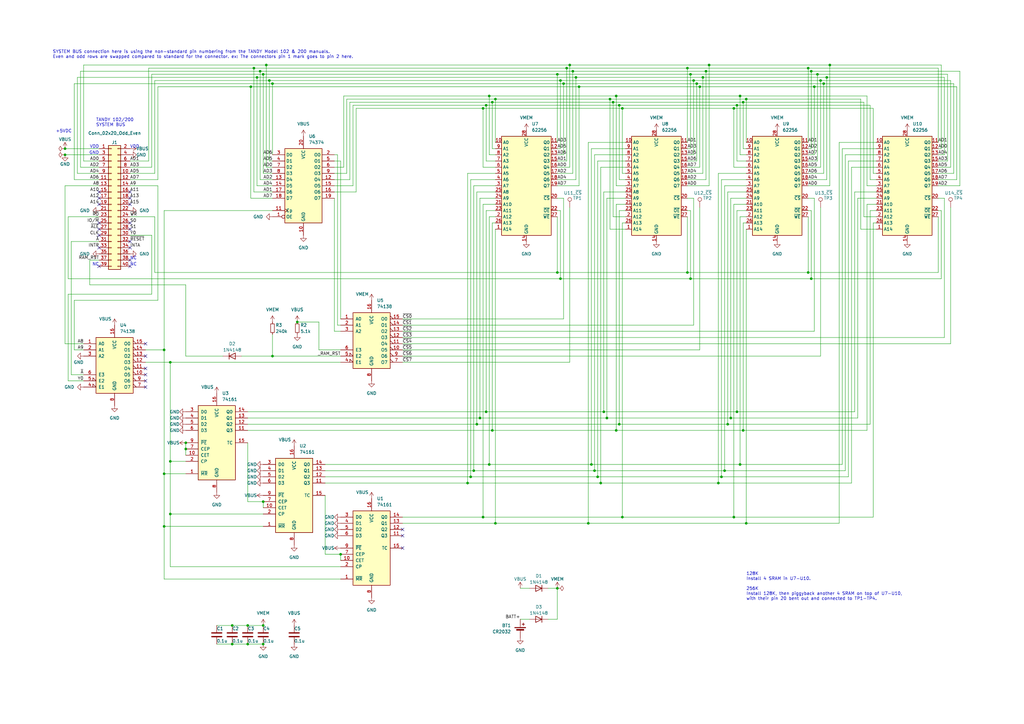
<source format=kicad_sch>
(kicad_sch (version 20230121) (generator eeschema)
  (paper "A3")
  (title_block (title "NODE DATAPAC 256K bkw0") (date "2023-08-23") (rev "004") (company "Brian K. White - b.kenyon.w@gmail.com") (comment 1 "Schematic re-created from manual examination of physical units, not yet proven."))
  (junction (at 193.04 195.58))
  (junction (at 332.74 29.21))
  (junction (at 195.58 173.99))
  (junction (at 283.21 114.3))
  (junction (at 26.67 60.96))
  (junction (at 76.2 181.61))
  (junction (at 228.6 241.3))
  (junction (at 288.29 31.75))
  (junction (at 255.27 212.09))
  (junction (at 336.55 33.02))
  (junction (at 231.14 34.29))
  (junction (at 101.6 264.16))
  (junction (at 306.07 214.63))
  (junction (at 228.6 111.76))
  (junction (at 229.87 114.3))
  (junction (at 337.82 34.29))
  (junction (at 302.26 168.91))
  (junction (at 254 173.99))
  (junction (at 67.31 143.51))
  (junction (at 199.39 168.91))
  (junction (at 69.85 210.82))
  (junction (at 284.48 33.02))
  (junction (at 281.94 111.76))
  (junction (at 200.66 190.5))
  (junction (at 201.93 41.91))
  (junction (at 285.75 34.29))
  (junction (at 194.31 193.04))
  (junction (at 304.8 41.91))
  (junction (at 243.84 193.04))
  (junction (at 255.27 44.45))
  (junction (at 26.67 63.5))
  (junction (at 107.95 256.54))
  (junction (at 109.22 26.67))
  (junction (at 203.2 40.64))
  (junction (at 198.12 44.45))
  (junction (at 201.93 176.53))
  (junction (at 237.49 35.56))
  (junction (at 199.39 43.18))
  (junction (at 67.31 194.31))
  (junction (at 107.95 205.74))
  (junction (at 287.02 35.56))
  (junction (at 139.7 227.33))
  (junction (at 251.46 41.91))
  (junction (at 121.92 132.08))
  (junction (at 245.11 195.58))
  (junction (at 339.09 31.75))
  (junction (at 110.49 33.02))
  (junction (at 303.53 190.5))
  (junction (at 281.94 27.94))
  (junction (at 107.95 264.16))
  (junction (at 67.31 215.9))
  (junction (at 105.41 31.75))
  (junction (at 228.6 30.48))
  (junction (at 283.21 30.48))
  (junction (at 300.99 44.45))
  (junction (at 246.38 198.12))
  (junction (at 300.99 212.09))
  (junction (at 76.2 184.15))
  (junction (at 191.77 198.12))
  (junction (at 106.68 29.21))
  (junction (at 298.45 173.99))
  (junction (at 203.2 214.63))
  (junction (at 107.95 30.48))
  (junction (at 248.92 171.45))
  (junction (at 229.87 33.02))
  (junction (at 340.36 26.67))
  (junction (at 302.26 43.18))
  (junction (at 303.53 39.37))
  (junction (at 252.73 39.37))
  (junction (at 335.28 30.48))
  (junction (at 304.8 176.53))
  (junction (at 69.85 189.23))
  (junction (at 290.83 26.67))
  (junction (at 232.41 27.94))
  (junction (at 236.22 31.75))
  (junction (at 111.76 146.05))
  (junction (at 234.95 29.21))
  (junction (at 200.66 39.37))
  (junction (at 104.14 27.94))
  (junction (at 297.18 193.04))
  (junction (at 331.47 111.76))
  (junction (at 196.85 171.45))
  (junction (at 247.65 168.91))
  (junction (at 331.47 27.94))
  (junction (at 250.19 40.64))
  (junction (at 252.73 176.53))
  (junction (at 198.12 212.09))
  (junction (at 254 43.18))
  (junction (at 334.01 35.56))
  (junction (at 295.91 195.58))
  (junction (at 69.85 148.59))
  (junction (at 233.68 26.67))
  (junction (at 95.25 256.54))
  (junction (at 299.72 171.45))
  (junction (at 332.74 114.3))
  (junction (at 242.57 190.5))
  (junction (at 294.64 198.12))
  (junction (at 101.6 256.54))
  (junction (at 306.07 40.64))
  (junction (at 289.56 29.21))
  (junction (at 102.87 35.56))
  (junction (at 95.25 264.16))
  (junction (at 241.3 214.63))
  (junction (at 111.76 34.29))
  (no_connect (at 59.69 146.05))
  (no_connect (at 53.34 99.06))
  (no_connect (at 165.1 217.17))
  (no_connect (at 53.34 83.82))
  (no_connect (at 59.69 151.13))
  (no_connect (at 40.64 109.22))
  (no_connect (at 53.34 91.44))
  (no_connect (at 59.69 158.75))
  (no_connect (at 53.34 109.22))
  (no_connect (at 165.1 219.71))
  (no_connect (at 40.64 91.44))
  (no_connect (at 165.1 224.79))
  (no_connect (at 40.64 81.28))
  (no_connect (at 59.69 156.21))
  (no_connect (at 40.64 83.82))
  (no_connect (at 40.64 101.6))
  (no_connect (at 59.69 153.67))
  (no_connect (at 53.34 78.74))
  (no_connect (at 40.64 93.98))
  (no_connect (at 40.64 96.52))
  (no_connect (at 53.34 106.68))
  (no_connect (at 53.34 81.28))
  (no_connect (at 53.34 93.98))
  (no_connect (at 53.34 101.6))
  (no_connect (at 40.64 78.74))
  (no_connect (at 59.69 140.97))
  (wire (pts (xy 345.44 60.96) (xy 359.41 60.96)))
  (wire (pts (xy 203.2 88.9) (xy 200.66 88.9)))
  (wire (pts (xy 95.25 264.16) (xy 101.6 264.16)))
  (wire (pts (xy 331.47 66.04) (xy 335.28 66.04)))
  (wire (pts (xy 109.22 26.67) (xy 233.68 26.67)))
  (wire (pts (xy 200.66 39.37) (xy 252.73 39.37)))
  (wire (pts (xy 389.89 33.02) (xy 389.89 68.58)))
  (wire (pts (xy 196.85 81.28) (xy 196.85 171.45)))
  (wire (pts (xy 165.1 135.89) (xy 334.01 135.89)))
  (wire (pts (xy 201.93 176.53) (xy 252.73 176.53)))
  (wire (pts (xy 250.19 40.64) (xy 250.19 93.98)))
  (wire (pts (xy 143.51 41.91) (xy 143.51 73.66)))
  (wire (pts (xy 356.87 173.99) (xy 356.87 86.36)))
  (wire (pts (xy 355.6 76.2) (xy 359.41 76.2)))
  (wire (pts (xy 26.67 63.5) (xy 40.64 63.5)))
  (wire (pts (xy 228.6 30.48) (xy 283.21 30.48)))
  (wire (pts (xy 236.22 31.75) (xy 288.29 31.75)))
  (wire (pts (xy 335.28 30.48) (xy 335.28 66.04)))
  (wire (pts (xy 306.07 66.04) (xy 302.26 66.04)))
  (wire (pts (xy 200.66 63.5) (xy 203.2 63.5)))
  (wire (pts (xy 242.57 60.96) (xy 242.57 190.5)))
  (wire (pts (xy 64.77 76.2) (xy 64.77 123.19)))
  (wire (pts (xy 196.85 171.45) (xy 248.92 171.45)))
  (wire (pts (xy 76.2 181.61) (xy 76.2 184.15)))
  (wire (pts (xy 339.09 73.66) (xy 331.47 73.66)))
  (wire (pts (xy 344.17 214.63) (xy 344.17 58.42)))
  (wire (pts (xy 165.1 138.43) (xy 387.35 138.43)))
  (wire (pts (xy 200.66 88.9) (xy 200.66 190.5)))
  (wire (pts (xy 30.48 34.29) (xy 111.76 34.29)))
  (wire (pts (xy 31.75 71.12) (xy 40.64 71.12)))
  (wire (pts (xy 138.43 133.35) (xy 138.43 63.5)))
  (wire (pts (xy 60.96 27.94) (xy 60.96 66.04)))
  (wire (pts (xy 201.93 91.44) (xy 203.2 91.44)))
  (wire (pts (xy 281.94 68.58) (xy 287.02 68.58)))
  (wire (pts (xy 288.29 31.75) (xy 339.09 31.75)))
  (wire (pts (xy 36.83 116.84) (xy 76.2 116.84)))
  (wire (pts (xy 389.89 85.09) (xy 389.89 140.97)))
  (wire (pts (xy 111.76 34.29) (xy 111.76 63.5)))
  (wire (pts (xy 254 173.99) (xy 298.45 173.99)))
  (wire (pts (xy 203.2 214.63) (xy 241.3 214.63)))
  (wire (pts (xy 287.02 85.09) (xy 287.02 143.51)))
  (wire (pts (xy 387.35 31.75) (xy 387.35 63.5)))
  (wire (pts (xy 306.07 81.28) (xy 299.72 81.28)))
  (wire (pts (xy 59.69 143.51) (xy 67.31 143.51)))
  (wire (pts (xy 283.21 86.36) (xy 281.94 86.36)))
  (wire (pts (xy 300.99 44.45) (xy 358.14 44.45)))
  (wire (pts (xy 31.75 31.75) (xy 105.41 31.75)))
  (wire (pts (xy 256.54 71.12) (xy 255.27 71.12)))
  (wire (pts (xy 256.54 63.5) (xy 243.84 63.5)))
  (wire (pts (xy 287.02 35.56) (xy 334.01 35.56)))
  (wire (pts (xy 392.43 73.66) (xy 384.81 73.66)))
  (wire (pts (xy 289.56 29.21) (xy 332.74 29.21)))
  (wire (pts (xy 101.6 171.45) (xy 196.85 171.45)))
  (wire (pts (xy 234.95 29.21) (xy 289.56 29.21)))
  (wire (pts (xy 281.94 27.94) (xy 281.94 58.42)))
  (wire (pts (xy 350.52 168.91) (xy 350.52 78.74)))
  (wire (pts (xy 250.19 40.64) (xy 306.07 40.64)))
  (wire (pts (xy 256.54 81.28) (xy 248.92 81.28)))
  (wire (pts (xy 30.48 143.51) (xy 34.29 143.51)))
  (wire (pts (xy 201.93 41.91) (xy 251.46 41.91)))
  (wire (pts (xy 332.74 86.36) (xy 331.47 86.36)))
  (wire (pts (xy 130.81 132.08) (xy 130.81 143.51)))
  (wire (pts (xy 88.9 264.16) (xy 95.25 264.16)))
  (wire (pts (xy 345.44 190.5) (xy 345.44 60.96)))
  (wire (pts (xy 347.98 66.04) (xy 359.41 66.04)))
  (wire (pts (xy 203.2 40.64) (xy 250.19 40.64)))
  (wire (pts (xy 386.08 60.96) (xy 384.81 60.96)))
  (wire (pts (xy 243.84 193.04) (xy 297.18 193.04)))
  (wire (pts (xy 340.36 26.67) (xy 386.08 26.67)))
  (wire (pts (xy 34.29 26.67) (xy 109.22 26.67)))
  (wire (pts (xy 306.07 63.5) (xy 303.53 63.5)))
  (wire (pts (xy 198.12 44.45) (xy 198.12 68.58)))
  (wire (pts (xy 229.87 86.36) (xy 228.6 86.36)))
  (wire (pts (xy 139.7 227.33) (xy 133.35 227.33)))
  (wire (pts (xy 40.64 73.66) (xy 30.48 73.66)))
  (wire (pts (xy 165.1 140.97) (xy 389.89 140.97)))
  (wire (pts (xy 302.26 43.18) (xy 302.26 66.04)))
  (wire (pts (xy 110.49 66.04) (xy 111.76 66.04)))
  (wire (pts (xy 346.71 63.5) (xy 359.41 63.5)))
  (wire (pts (xy 104.14 27.94) (xy 232.41 27.94)))
  (wire (pts (xy 69.85 148.59) (xy 69.85 189.23)))
  (wire (pts (xy 137.16 71.12) (xy 142.24 71.12)))
  (wire (pts (xy 63.5 88.9) (xy 63.5 111.76)))
  (wire (pts (xy 336.55 85.09) (xy 336.55 146.05)))
  (wire (pts (xy 203.2 86.36) (xy 199.39 86.36)))
  (wire (pts (xy 245.11 66.04) (xy 245.11 195.58)))
  (wire (pts (xy 203.2 71.12) (xy 191.77 71.12)))
  (wire (pts (xy 88.9 256.54) (xy 95.25 256.54)))
  (wire (pts (xy 34.29 156.21) (xy 27.94 156.21)))
  (wire (pts (xy 246.38 68.58) (xy 246.38 198.12)))
  (wire (pts (xy 281.94 27.94) (xy 331.47 27.94)))
  (wire (pts (xy 203.2 73.66) (xy 193.04 73.66)))
  (wire (pts (xy 233.68 85.09) (xy 233.68 148.59)))
  (wire (pts (xy 137.16 135.89) (xy 139.7 135.89)))
  (wire (pts (xy 101.6 176.53) (xy 201.93 176.53)))
  (wire (pts (xy 300.99 212.09) (xy 358.14 212.09)))
  (wire (pts (xy 203.2 78.74) (xy 195.58 78.74)))
  (wire (pts (xy 388.62 30.48) (xy 388.62 66.04)))
  (wire (pts (xy 231.14 34.29) (xy 231.14 63.5)))
  (wire (pts (xy 224.79 254) (xy 228.6 254)))
  (wire (pts (xy 228.6 111.76) (xy 228.6 88.9)))
  (wire (pts (xy 302.26 168.91) (xy 350.52 168.91)))
  (wire (pts (xy 137.16 78.74) (xy 146.05 78.74)))
  (wire (pts (xy 67.31 215.9) (xy 67.31 237.49)))
  (wire (pts (xy 294.64 71.12) (xy 306.07 71.12)))
  (wire (pts (xy 99.06 146.05) (xy 111.76 146.05)))
  (wire (pts (xy 62.23 30.48) (xy 107.95 30.48)))
  (wire (pts (xy 306.07 60.96) (xy 304.8 60.96)))
  (wire (pts (xy 201.93 60.96) (xy 201.93 41.91)))
  (wire (pts (xy 356.87 43.18) (xy 356.87 73.66)))
  (wire (pts (xy 111.76 76.2) (xy 105.41 76.2)))
  (wire (pts (xy 53.34 88.9) (xy 63.5 88.9)))
  (wire (pts (xy 349.25 198.12) (xy 349.25 68.58)))
  (wire (pts (xy 252.73 83.82) (xy 252.73 176.53)))
  (wire (pts (xy 334.01 81.28) (xy 331.47 81.28)))
  (wire (pts (xy 69.85 210.82) (xy 69.85 232.41)))
  (wire (pts (xy 165.1 143.51) (xy 287.02 143.51)))
  (wire (pts (xy 232.41 27.94) (xy 232.41 66.04)))
  (wire (pts (xy 60.96 27.94) (xy 104.14 27.94)))
  (wire (pts (xy 30.48 143.51) (xy 30.48 123.19)))
  (wire (pts (xy 203.2 60.96) (xy 201.93 60.96)))
  (wire (pts (xy 104.14 78.74) (xy 111.76 78.74)))
  (wire (pts (xy 198.12 212.09) (xy 255.27 212.09)))
  (wire (pts (xy 67.31 215.9) (xy 107.95 215.9)))
  (wire (pts (xy 306.07 78.74) (xy 298.45 78.74)))
  (wire (pts (xy 33.02 29.21) (xy 106.68 29.21)))
  (wire (pts (xy 384.81 111.76) (xy 384.81 88.9)))
  (wire (pts (xy 252.73 176.53) (xy 304.8 176.53)))
  (wire (pts (xy 106.68 29.21) (xy 106.68 73.66)))
  (wire (pts (xy 306.07 76.2) (xy 297.18 76.2)))
  (wire (pts (xy 242.57 190.5) (xy 303.53 190.5)))
  (wire (pts (xy 194.31 76.2) (xy 194.31 193.04)))
  (wire (pts (xy 195.58 78.74) (xy 195.58 173.99)))
  (wire (pts (xy 76.2 186.69) (xy 76.2 184.15)))
  (wire (pts (xy 331.47 63.5) (xy 334.01 63.5)))
  (wire (pts (xy 332.74 114.3) (xy 386.08 114.3)))
  (wire (pts (xy 306.07 40.64) (xy 353.06 40.64)))
  (wire (pts (xy 284.48 81.28) (xy 281.94 81.28)))
  (wire (pts (xy 306.07 214.63) (xy 344.17 214.63)))
  (wire (pts (xy 139.7 227.33) (xy 139.7 229.87)))
  (wire (pts (xy 53.34 66.04) (xy 60.96 66.04)))
  (wire (pts (xy 358.14 91.44) (xy 359.41 91.44)))
  (wire (pts (xy 288.29 71.12) (xy 281.94 71.12)))
  (wire (pts (xy 251.46 41.91) (xy 251.46 88.9)))
  (wire (pts (xy 332.74 86.36) (xy 332.74 114.3)))
  (wire (pts (xy 67.31 194.31) (xy 76.2 194.31)))
  (wire (pts (xy 303.53 88.9) (xy 303.53 190.5)))
  (wire (pts (xy 285.75 66.04) (xy 281.94 66.04)))
  (wire (pts (xy 231.14 34.29) (xy 285.75 34.29)))
  (wire (pts (xy 393.7 76.2) (xy 384.81 76.2)))
  (wire (pts (xy 256.54 66.04) (xy 245.11 66.04)))
  (wire (pts (xy 283.21 86.36) (xy 283.21 114.3)))
  (wire (pts (xy 102.87 35.56) (xy 237.49 35.56)))
  (wire (pts (xy 355.6 83.82) (xy 359.41 83.82)))
  (wire (pts (xy 142.24 71.12) (xy 142.24 40.64)))
  (wire (pts (xy 285.75 34.29) (xy 285.75 66.04)))
  (wire (pts (xy 34.29 153.67) (xy 29.21 153.67)))
  (wire (pts (xy 283.21 30.48) (xy 283.21 60.96)))
  (wire (pts (xy 256.54 76.2) (xy 252.73 76.2)))
  (wire (pts (xy 331.47 71.12) (xy 337.82 71.12)))
  (wire (pts (xy 26.67 76.2) (xy 26.67 140.97)))
  (wire (pts (xy 203.2 66.04) (xy 199.39 66.04)))
  (wire (pts (xy 237.49 35.56) (xy 287.02 35.56)))
  (wire (pts (xy 299.72 171.45) (xy 351.79 171.45)))
  (wire (pts (xy 255.27 44.45) (xy 255.27 71.12)))
  (wire (pts (xy 281.94 60.96) (xy 283.21 60.96)))
  (wire (pts (xy 203.2 68.58) (xy 198.12 68.58)))
  (wire (pts (xy 111.76 137.16) (xy 111.76 146.05)))
  (wire (pts (xy 198.12 83.82) (xy 198.12 212.09)))
  (wire (pts (xy 53.34 76.2) (xy 64.77 76.2)))
  (wire (pts (xy 252.73 39.37) (xy 303.53 39.37)))
  (wire (pts (xy 198.12 44.45) (xy 255.27 44.45)))
  (wire (pts (xy 200.66 39.37) (xy 200.66 63.5)))
  (wire (pts (xy 101.6 181.61) (xy 101.6 205.74)))
  (wire (pts (xy 281.94 111.76) (xy 331.47 111.76)))
  (wire (pts (xy 237.49 35.56) (xy 237.49 76.2)))
  (wire (pts (xy 203.2 81.28) (xy 196.85 81.28)))
  (wire (pts (xy 111.76 73.66) (xy 106.68 73.66)))
  (wire (pts (xy 339.09 31.75) (xy 339.09 73.66)))
  (wire (pts (xy 228.6 76.2) (xy 237.49 76.2)))
  (wire (pts (xy 304.8 41.91) (xy 354.33 41.91)))
  (wire (pts (xy 137.16 73.66) (xy 143.51 73.66)))
  (wire (pts (xy 33.02 68.58) (xy 33.02 29.21)))
  (wire (pts (xy 27.94 156.21) (xy 27.94 120.65)))
  (wire (pts (xy 245.11 195.58) (xy 295.91 195.58)))
  (wire (pts (xy 69.85 148.59) (xy 139.7 148.59)))
  (wire (pts (xy 302.26 43.18) (xy 356.87 43.18)))
  (wire (pts (xy 105.41 31.75) (xy 105.41 76.2)))
  (wire (pts (xy 255.27 91.44) (xy 255.27 212.09)))
  (wire (pts (xy 191.77 198.12) (xy 246.38 198.12)))
  (wire (pts (xy 350.52 78.74) (xy 359.41 78.74)))
  (wire (pts (xy 76.2 146.05) (xy 91.44 146.05)))
  (wire (pts (xy 331.47 27.94) (xy 384.81 27.94)))
  (wire (pts (xy 337.82 71.12) (xy 337.82 34.29)))
  (wire (pts (xy 165.1 130.81) (xy 231.14 130.81)))
  (wire (pts (xy 27.94 88.9) (xy 27.94 114.3)))
  (wire (pts (xy 165.1 133.35) (xy 284.48 133.35)))
  (wire (pts (xy 340.36 76.2) (xy 331.47 76.2)))
  (wire (pts (xy 306.07 40.64) (xy 306.07 58.42)))
  (wire (pts (xy 111.76 146.05) (xy 139.7 146.05)))
  (wire (pts (xy 234.95 29.21) (xy 234.95 71.12)))
  (wire (pts (xy 247.65 78.74) (xy 247.65 168.91)))
  (wire (pts (xy 26.67 76.2) (xy 40.64 76.2)))
  (wire (pts (xy 353.06 40.64) (xy 353.06 93.98)))
  (wire (pts (xy 386.08 114.3) (xy 386.08 86.36)))
  (wire (pts (xy 281.94 88.9) (xy 281.94 111.76)))
  (wire (pts (xy 303.53 39.37) (xy 355.6 39.37)))
  (wire (pts (xy 199.39 43.18) (xy 199.39 66.04)))
  (wire (pts (xy 142.24 40.64) (xy 203.2 40.64)))
  (wire (pts (xy 355.6 39.37) (xy 355.6 76.2)))
  (wire (pts (xy 354.33 88.9) (xy 359.41 88.9)))
  (wire (pts (xy 53.34 73.66) (xy 64.77 73.66)))
  (wire (pts (xy 356.87 86.36) (xy 359.41 86.36)))
  (wire (pts (xy 300.99 83.82) (xy 306.07 83.82)))
  (wire (pts (xy 391.16 71.12) (xy 391.16 34.29)))
  (wire (pts (xy 62.23 120.65) (xy 62.23 96.52)))
  (wire (pts (xy 247.65 168.91) (xy 302.26 168.91)))
  (wire (pts (xy 336.55 33.02) (xy 389.89 33.02)))
  (wire (pts (xy 283.21 30.48) (xy 335.28 30.48)))
  (wire (pts (xy 228.6 63.5) (xy 231.14 63.5)))
  (wire (pts (xy 144.78 76.2) (xy 144.78 43.18)))
  (wire (pts (xy 200.66 190.5) (xy 242.57 190.5)))
  (wire (pts (xy 353.06 93.98) (xy 359.41 93.98)))
  (wire (pts (xy 101.6 205.74) (xy 107.95 205.74)))
  (wire (pts (xy 199.39 43.18) (xy 254 43.18)))
  (wire (pts (xy 69.85 189.23) (xy 76.2 189.23)))
  (wire (pts (xy 389.89 68.58) (xy 384.81 68.58)))
  (wire (pts (xy 231.14 81.28) (xy 228.6 81.28)))
  (wire (pts (xy 102.87 35.56) (xy 102.87 81.28)))
  (wire (pts (xy 198.12 83.82) (xy 203.2 83.82)))
  (wire (pts (xy 165.1 148.59) (xy 233.68 148.59)))
  (wire (pts (xy 233.68 26.67) (xy 233.68 68.58)))
  (wire (pts (xy 69.85 232.41) (xy 139.7 232.41)))
  (wire (pts (xy 306.07 68.58) (xy 300.99 68.58)))
  (wire (pts (xy 241.3 58.42) (xy 241.3 214.63)))
  (wire (pts (xy 358.14 71.12) (xy 359.41 71.12)))
  (wire (pts (xy 133.35 195.58) (xy 193.04 195.58)))
  (wire (pts (xy 331.47 27.94) (xy 331.47 58.42)))
  (wire (pts (xy 139.7 66.04) (xy 139.7 130.81)))
  (wire (pts (xy 332.74 60.96) (xy 331.47 60.96)))
  (wire (pts (xy 256.54 60.96) (xy 242.57 60.96)))
  (wire (pts (xy 228.6 73.66) (xy 236.22 73.66)))
  (wire (pts (xy 69.85 189.23) (xy 69.85 210.82)))
  (wire (pts (xy 67.31 194.31) (xy 67.31 215.9)))
  (wire (pts (xy 137.16 76.2) (xy 144.78 76.2)))
  (wire (pts (xy 26.67 60.96) (xy 40.64 60.96)))
  (wire (pts (xy 303.53 39.37) (xy 303.53 63.5)))
  (wire (pts (xy 29.21 99.06) (xy 40.64 99.06)))
  (wire (pts (xy 165.1 212.09) (xy 198.12 212.09)))
  (wire (pts (xy 246.38 198.12) (xy 294.64 198.12)))
  (wire (pts (xy 63.5 33.02) (xy 110.49 33.02)))
  (wire (pts (xy 137.16 66.04) (xy 139.7 66.04)))
  (wire (pts (xy 339.09 31.75) (xy 387.35 31.75)))
  (wire (pts (xy 27.94 120.65) (xy 62.23 120.65)))
  (wire (pts (xy 213.36 254) (xy 217.17 254)))
  (wire (pts (xy 336.55 33.02) (xy 336.55 68.58)))
  (wire (pts (xy 137.16 68.58) (xy 140.97 68.58)))
  (wire (pts (xy 105.41 31.75) (xy 236.22 31.75)))
  (wire (pts (xy 31.75 31.75) (xy 31.75 71.12)))
  (wire (pts (xy 256.54 88.9) (xy 251.46 88.9)))
  (wire (pts (xy 34.29 26.67) (xy 34.29 66.04)))
  (wire (pts (xy 303.53 190.5) (xy 345.44 190.5)))
  (wire (pts (xy 284.48 63.5) (xy 281.94 63.5)))
  (wire (pts (xy 392.43 35.56) (xy 392.43 73.66)))
  (wire (pts (xy 30.48 73.66) (xy 30.48 34.29)))
  (wire (pts (xy 393.7 29.21) (xy 393.7 76.2)))
  (wire (pts (xy 67.31 86.36) (xy 111.76 86.36)))
  (wire (pts (xy 332.74 29.21) (xy 393.7 29.21)))
  (wire (pts (xy 121.92 132.08) (xy 130.81 132.08)))
  (wire (pts (xy 101.6 256.54) (xy 107.95 256.54)))
  (wire (pts (xy 300.99 83.82) (xy 300.99 212.09)))
  (wire (pts (xy 133.35 227.33) (xy 133.35 203.2)))
  (wire (pts (xy 104.14 27.94) (xy 104.14 78.74)))
  (wire (pts (xy 290.83 26.67) (xy 290.83 76.2)))
  (wire (pts (xy 64.77 35.56) (xy 102.87 35.56)))
  (wire (pts (xy 290.83 26.67) (xy 340.36 26.67)))
  (wire (pts (xy 297.18 76.2) (xy 297.18 193.04)))
  (wire (pts (xy 297.18 193.04) (xy 346.71 193.04)))
  (wire (pts (xy 289.56 29.21) (xy 289.56 73.66)))
  (wire (pts (xy 111.76 71.12) (xy 107.95 71.12)))
  (wire (pts (xy 355.6 176.53) (xy 355.6 83.82)))
  (wire (pts (xy 201.93 91.44) (xy 201.93 176.53)))
  (wire (pts (xy 334.01 35.56) (xy 392.43 35.56)))
  (wire (pts (xy 62.23 68.58) (xy 62.23 30.48)))
  (wire (pts (xy 284.48 33.02) (xy 336.55 33.02)))
  (wire (pts (xy 139.7 133.35) (xy 138.43 133.35)))
  (wire (pts (xy 337.82 34.29) (xy 391.16 34.29)))
  (wire (pts (xy 140.97 39.37) (xy 200.66 39.37)))
  (wire (pts (xy 290.83 76.2) (xy 281.94 76.2)))
  (wire (pts (xy 241.3 214.63) (xy 306.07 214.63)))
  (wire (pts (xy 36.83 106.68) (xy 40.64 106.68)))
  (wire (pts (xy 191.77 71.12) (xy 191.77 198.12)))
  (wire (pts (xy 203.2 76.2) (xy 194.31 76.2)))
  (wire (pts (xy 304.8 91.44) (xy 304.8 176.53)))
  (wire (pts (xy 331.47 111.76) (xy 384.81 111.76)))
  (wire (pts (xy 40.64 68.58) (xy 33.02 68.58)))
  (wire (pts (xy 306.07 88.9) (xy 303.53 88.9)))
  (wire (pts (xy 332.74 29.21) (xy 332.74 60.96)))
  (wire (pts (xy 53.34 71.12) (xy 63.5 71.12)))
  (wire (pts (xy 285.75 34.29) (xy 337.82 34.29)))
  (wire (pts (xy 229.87 86.36) (xy 229.87 114.3)))
  (wire (pts (xy 384.81 27.94) (xy 384.81 58.42)))
  (wire (pts (xy 284.48 33.02) (xy 284.48 63.5)))
  (wire (pts (xy 331.47 111.76) (xy 331.47 88.9)))
  (wire (pts (xy 295.91 73.66) (xy 295.91 195.58)))
  (wire (pts (xy 298.45 173.99) (xy 356.87 173.99)))
  (wire (pts (xy 295.91 195.58) (xy 347.98 195.58)))
  (wire (pts (xy 107.95 30.48) (xy 107.95 71.12)))
  (wire (pts (xy 233.68 26.67) (xy 290.83 26.67)))
  (wire (pts (xy 194.31 193.04) (xy 243.84 193.04)))
  (wire (pts (xy 298.45 78.74) (xy 298.45 173.99)))
  (wire (pts (xy 228.6 241.3) (xy 228.6 254)))
  (wire (pts (xy 195.58 173.99) (xy 254 173.99)))
  (wire (pts (xy 256.54 83.82) (xy 252.73 83.82)))
  (wire (pts (xy 354.33 41.91) (xy 354.33 88.9)))
  (wire (pts (xy 386.08 26.67) (xy 386.08 60.96)))
  (wire (pts (xy 336.55 68.58) (xy 331.47 68.58)))
  (wire (pts (xy 63.5 71.12) (xy 63.5 33.02)))
  (wire (pts (xy 241.3 58.42) (xy 256.54 58.42)))
  (wire (pts (xy 29.21 99.06) (xy 29.21 153.67)))
  (wire (pts (xy 254 86.36) (xy 254 173.99)))
  (wire (pts (xy 138.43 63.5) (xy 137.16 63.5)))
  (wire (pts (xy 351.79 81.28) (xy 359.41 81.28)))
  (wire (pts (xy 256.54 93.98) (xy 250.19 93.98)))
  (wire (pts (xy 254 43.18) (xy 302.26 43.18)))
  (wire (pts (xy 101.6 173.99) (xy 195.58 173.99)))
  (wire (pts (xy 304.8 41.91) (xy 304.8 60.96)))
  (wire (pts (xy 255.27 91.44) (xy 256.54 91.44)))
  (wire (pts (xy 284.48 133.35) (xy 284.48 81.28)))
  (wire (pts (xy 140.97 68.58) (xy 140.97 39.37)))
  (wire (pts (xy 287.02 35.56) (xy 287.02 68.58)))
  (wire (pts (xy 109.22 26.67) (xy 109.22 68.58)))
  (wire (pts (xy 69.85 210.82) (xy 107.95 210.82)))
  (wire (pts (xy 130.81 143.51) (xy 139.7 143.51)))
  (wire (pts (xy 351.79 171.45) (xy 351.79 81.28)))
  (wire (pts (xy 62.23 96.52) (xy 53.34 96.52)))
  (wire (pts (xy 388.62 66.04) (xy 384.81 66.04)))
  (wire (pts (xy 256.54 86.36) (xy 254 86.36)))
  (wire (pts (xy 288.29 31.75) (xy 288.29 71.12)))
  (wire (pts (xy 146.05 44.45) (xy 198.12 44.45)))
  (wire (pts (xy 76.2 116.84) (xy 76.2 146.05)))
  (wire (pts (xy 27.94 114.3) (xy 229.87 114.3)))
  (wire (pts (xy 346.71 193.04) (xy 346.71 63.5)))
  (wire (pts (xy 111.76 34.29) (xy 231.14 34.29)))
  (wire (pts (xy 213.36 241.3) (xy 217.17 241.3)))
  (wire (pts (xy 133.35 193.04) (xy 194.31 193.04)))
  (wire (pts (xy 347.98 195.58) (xy 347.98 66.04)))
  (wire (pts (xy 256.54 68.58) (xy 246.38 68.58)))
  (wire (pts (xy 334.01 35.56) (xy 334.01 63.5)))
  (wire (pts (xy 255.27 212.09) (xy 300.99 212.09)))
  (wire (pts (xy 199.39 86.36) (xy 199.39 168.91)))
  (wire (pts (xy 34.29 66.04) (xy 40.64 66.04)))
  (wire (pts (xy 143.51 41.91) (xy 201.93 41.91)))
  (wire (pts (xy 248.92 171.45) (xy 299.72 171.45)))
  (wire (pts (xy 111.76 68.58) (xy 109.22 68.58)))
  (wire (pts (xy 306.07 93.98) (xy 306.07 214.63)))
  (wire (pts (xy 224.79 241.3) (xy 228.6 241.3)))
  (wire (pts (xy 228.6 66.04) (xy 232.41 66.04)))
  (wire (pts (xy 165.1 214.63) (xy 203.2 214.63)))
  (wire (pts (xy 252.73 39.37) (xy 252.73 76.2)))
  (wire (pts (xy 203.2 40.64) (xy 203.2 58.42)))
  (wire (pts (xy 229.87 114.3) (xy 283.21 114.3)))
  (wire (pts (xy 203.2 93.98) (xy 203.2 214.63)))
  (wire (pts (xy 53.34 68.58) (xy 62.23 68.58)))
  (wire (pts (xy 335.28 30.48) (xy 388.62 30.48)))
  (wire (pts (xy 256.54 73.66) (xy 254 73.66)))
  (wire (pts (xy 387.35 63.5) (xy 384.81 63.5)))
  (wire (pts (xy 165.1 146.05) (xy 336.55 146.05)))
  (wire (pts (xy 229.87 33.02) (xy 229.87 60.96)))
  (wire (pts (xy 228.6 111.76) (xy 281.94 111.76)))
  (wire (pts (xy 107.95 30.48) (xy 228.6 30.48)))
  (wire (pts (xy 384.81 71.12) (xy 391.16 71.12)))
  (wire (pts (xy 236.22 31.75) (xy 236.22 73.66)))
  (wire (pts (xy 193.04 73.66) (xy 193.04 195.58)))
  (wire (pts (xy 231.14 130.81) (xy 231.14 81.28)))
  (wire (pts (xy 229.87 33.02) (xy 284.48 33.02)))
  (wire (pts (xy 386.08 86.36) (xy 384.81 86.36)))
  (wire (pts (xy 306.07 73.66) (xy 295.91 73.66)))
  (wire (pts (xy 36.83 116.84) (xy 36.83 106.68)))
  (wire (pts (xy 26.67 140.97) (xy 34.29 140.97)))
  (wire (pts (xy 233.68 68.58) (xy 228.6 68.58)))
  (wire (pts (xy 349.25 68.58) (xy 359.41 68.58)))
  (wire (pts (xy 229.87 33.02) (xy 110.49 33.02)))
  (wire (pts (xy 137.16 135.89) (xy 137.16 81.28)))
  (wire (pts (xy 283.21 114.3) (xy 332.74 114.3)))
  (wire (pts (xy 67.31 86.36) (xy 67.31 143.51)))
  (wire (pts (xy 232.41 27.94) (xy 281.94 27.94)))
  (wire (pts (xy 144.78 43.18) (xy 199.39 43.18)))
  (wire (pts (xy 67.31 143.51) (xy 67.31 194.31)))
  (wire (pts (xy 110.49 33.02) (xy 110.49 66.04)))
  (wire (pts (xy 302.26 86.36) (xy 302.26 168.91)))
  (wire (pts (xy 243.84 63.5) (xy 243.84 193.04)))
  (wire (pts (xy 358.14 212.09) (xy 358.14 91.44)))
  (wire (pts (xy 111.76 81.28) (xy 102.87 81.28)))
  (wire (pts (xy 304.8 176.53) (xy 355.6 176.53)))
  (wire (pts (xy 101.6 264.16) (xy 107.95 264.16)))
  (wire (pts (xy 107.95 205.74) (xy 107.95 208.28)))
  (wire (pts (xy 146.05 78.74) (xy 146.05 44.45)))
  (wire (pts (xy 356.87 73.66) (xy 359.41 73.66)))
  (wire (pts (xy 64.77 73.66) (xy 64.77 35.56)))
  (wire (pts (xy 101.6 168.91) (xy 199.39 168.91)))
  (wire (pts (xy 248.92 81.28) (xy 248.92 171.45)))
  (wire (pts (xy 193.04 195.58) (xy 245.11 195.58)))
  (wire (pts (xy 255.27 44.45) (xy 300.99 44.45)))
  (wire (pts (xy 234.95 71.12) (xy 228.6 71.12)))
  (wire (pts (xy 63.5 111.76) (xy 228.6 111.76)))
  (wire (pts (xy 247.65 78.74) (xy 256.54 78.74)))
  (wire (pts (xy 289.56 73.66) (xy 281.94 73.66)))
  (wire (pts (xy 300.99 68.58) (xy 300.99 44.45)))
  (wire (pts (xy 254 43.18) (xy 254 73.66)))
  (wire (pts (xy 294.64 198.12) (xy 349.25 198.12)))
  (wire (pts (xy 358.14 44.45) (xy 358.14 71.12)))
  (wire (pts (xy 67.31 237.49) (xy 139.7 237.49)))
  (wire (pts (xy 133.35 190.5) (xy 200.66 190.5)))
  (wire (pts (xy 228.6 30.48) (xy 228.6 58.42)))
  (wire (pts (xy 299.72 81.28) (xy 299.72 171.45)))
  (wire (pts (xy 340.36 26.67) (xy 340.36 76.2)))
  (wire (pts (xy 344.17 58.42) (xy 359.41 58.42)))
  (wire (pts (xy 106.68 29.21) (xy 234.95 29.21)))
  (wire (pts (xy 294.64 71.12) (xy 294.64 198.12)))
  (wire (pts (xy 304.8 91.44) (xy 306.07 91.44)))
  (wire (pts (xy 387.35 138.43) (xy 387.35 81.28)))
  (wire (pts (xy 30.48 123.19) (xy 64.77 123.19)))
  (wire (pts (xy 229.87 60.96) (xy 228.6 60.96)))
  (wire (pts (xy 387.35 81.28) (xy 384.81 81.28)))
  (wire (pts (xy 306.07 86.36) (xy 302.26 86.36)))
  (wire (pts (xy 199.39 168.91) (xy 247.65 168.91)))
  (wire (pts (xy 133.35 198.12) (xy 191.77 198.12)))
  (wire (pts (xy 95.25 256.54) (xy 101.6 256.54)))
  (wire (pts (xy 251.46 41.91) (xy 304.8 41.91)))
  (wire (pts (xy 59.69 148.59) (xy 69.85 148.59)))
  (wire (pts (xy 40.64 88.9) (xy 27.94 88.9)))
  (wire (pts (xy 334.01 135.89) (xy 334.01 81.28)))
  (text "SYSTEM BUS connection here is using the non-standard pin numbering from the TANDY Model 102 & 200 manuals.\nEven and odd rows are swapped compared to standard for the connector. ex: The connectors pin 1 mark goes to pin 2 here." (at 21.59 24.13 0) (effects (font (size 1.27 1.27)) (justify left bottom)))
  (text "TANDY 102/200\nSYSTEM BUS" (at 39.37 52.07 0) (effects (font (size 1.27 1.27)) (justify left bottom)))
  (text "+5VDC" (at 22.86 54.61 0) (effects (font (size 1.27 1.27)) (justify left bottom)))
  (text "NC" (at 53.34 109.22 0) (effects (font (size 1.27 1.27)) (justify left bottom)))
  (text "NC" (at 53.34 106.68 0) (effects (font (size 1.27 1.27)) (justify left bottom)))
  (text "GND" (at 40.64 63.5 0) (effects (font (size 1.27 1.27)) (justify right bottom)))
  (text "VDD" (at 40.64 60.96 0) (effects (font (size 1.27 1.27)) (justify right bottom)))
  (text "NC" (at 40.64 109.22 0) (effects (font (size 1.27 1.27)) (justify right bottom)))
  (text "VDD" (at 53.34 60.96 0) (effects (font (size 1.27 1.27)) (justify left bottom)))
  (text "128K\nInstall 4 SRAM in U7-U10.\n\n256K\nInstall 128K, then piggyback another 4 SRAM on top of U7-U10,\nwith their pin 20 bent out and connected to TP1-TP4.\n" (at 306.07 246.38 0) (effects (font (size 1.27 1.27)) (justify left bottom)))
  (label "A8" (at 40.64 76.2 180))
  (label "BATT+" (at 213.36 254 180))
  (label "AD3" (at 53.34 68.58 0))
  (label "AD4" (at 384.81 63.5 0))
  (label "AD5" (at 384.81 68.58 0))
  (label "AD5" (at 111.76 66.04 180))
  (label "~{ALE}" (at 40.64 93.98 180))
  (label "AD0" (at 228.6 68.58 0))
  (label "AD5" (at 228.6 60.96 0))
  (label "~{CS2}" (at 165.1 135.89 0))
  (label "AD1" (at 384.81 58.42 0))
  (label "AD7" (at 331.47 63.5 0))
  (label "AD6" (at 111.76 63.5 180))
  (label "Y0" (at 34.29 156.21 180))
  (label "INTR" (at 40.64 101.6 180))
  (label "AD1" (at 53.34 66.04 0))
  (label "AD4" (at 281.94 71.12 0))
  (label "RAM_RST" (at 40.64 106.68 180))
  (label "AD7" (at 384.81 73.66 0))
  (label "AD7" (at 53.34 73.66 0))
  (label "AD2" (at 40.64 68.58 180))
  (label "A12" (at 40.64 81.28 180))
  (label "Y0" (at 53.34 96.52 0))
  (label "AD4" (at 331.47 73.66 0))
  (label "AD0" (at 331.47 76.2 0))
  (label "~{CS0}" (at 165.1 130.81 0))
  (label "AD1" (at 281.94 58.42 0))
  (label "~{CS1}" (at 165.1 133.35 0))
  (label "AD3" (at 228.6 58.42 0))
  (label "AD6" (at 228.6 63.5 0))
  (label "AD0" (at 111.76 68.58 180))
  (label "AD2" (at 384.81 76.2 0))
  (label "~{A}" (at 34.29 153.67 180))
  (label "AD6" (at 331.47 71.12 0))
  (label "~{CS7}" (at 165.1 148.59 0))
  (label "A14" (at 40.64 83.82 180))
  (label "~{RESET}" (at 53.34 99.06 0))
  (label "~{CS4}" (at 165.1 140.97 0))
  (label "AD2" (at 281.94 73.66 0))
  (label "AD0" (at 384.81 60.96 0))
  (label "AD5" (at 331.47 68.58 0))
  (label "AD6" (at 40.64 73.66 180))
  (label "~{CS6}" (at 165.1 146.05 0))
  (label "AD2" (at 331.47 60.96 0))
  (label "~{CS3}" (at 165.1 138.43 0))
  (label "AD4" (at 111.76 76.2 180))
  (label "AD2" (at 111.76 73.66 180))
  (label "AD1" (at 331.47 58.42 0))
  (label "S1" (at 53.34 93.98 0))
  (label "AD7" (at 228.6 76.2 0))
  (label "INTA" (at 53.34 101.6 0))
  (label "AD0" (at 40.64 66.04 180))
  (label "AD4" (at 228.6 73.66 0))
  (label "A11" (at 53.34 78.74 0))
  (label "AD6" (at 281.94 66.04 0))
  (label "AD6" (at 384.81 71.12 0))
  (label "A15" (at 53.34 83.82 0))
  (label "A9" (at 34.29 143.51 180))
  (label "~{CS5}" (at 165.1 143.51 0))
  (label "CLK" (at 40.64 96.52 180))
  (label "AD4" (at 40.64 71.12 180))
  (label "IO{slash}~{M}" (at 40.64 91.44 180))
  (label "_RAM_RST" (at 139.7 146.05 180))
  (label "A8" (at 34.29 140.97 180))
  (label "AD1" (at 228.6 66.04 0))
  (label "AD7" (at 111.76 81.28 180))
  (label "AD0" (at 281.94 76.2 0))
  (label "AD1" (at 111.76 78.74 180))
  (label "S0" (at 53.34 91.44 0))
  (label "~{WR}" (at 53.34 88.9 0))
  (label "~{A}" (at 40.64 99.06 180))
  (label "AD5" (at 281.94 63.5 0))
  (label "A9" (at 53.34 76.2 0))
  (label "AD2" (at 228.6 71.12 0))
  (label "AD3" (at 384.81 66.04 0))
  (label "~{RD}" (at 40.64 88.9 180))
  (label "AD3" (at 281.94 60.96 0))
  (label "A10" (at 40.64 78.74 180))
  (label "AD5" (at 53.34 71.12 0))
  (label "A13" (at 53.34 81.28 0))
  (label "AD3" (at 331.47 66.04 0))
  (label "AD3" (at 111.76 71.12 180))
  (label "AD7" (at 281.94 68.58 0))
  (symbol (lib_id "Connector:TestPoint") (at 336.55 85.09 0) (unit 1)
    (property "Reference" "TP3" (at 337.82 81.28 0) (effects (justify left)))
    (property "Value" "U13_~{CS}" (at 337.82 80.01 0) (effects (justify bottom)))
    (property "Footprint" "000_LOCAL:TP_THT" (effects hide))
  )
  (symbol (lib_id "power:VMEM") (at 269.24 53.34 0) (unit 1)
    (property "Reference" "#PWR029" (effects hide))
    (property "Value" "VMEM" (at 269.24 48.26 0))
  )
  (symbol (lib_id "000_LOCAL:62256") (at 372.11 76.2 0) (unit 1)
    (property "Reference" "U10" (at 374.3041 50.8 0) (effects (justify left)))
    (property "Value" "62256" (at 374.3041 53.34 0) (effects (justify left)))
    (property "Footprint" "000_LOCAL:DIP-28_W15.24mm" (effects hide))
    (property "Datasheet" "datasheets/62256.pdf" (effects hide))
  )
  (symbol (lib_id "000_LOCAL:C") (at 88.9 260.35 0) (unit 1)
    (property "Reference" "C1" (at 88.9 257.81 0) (effects (justify left)))
    (property "Value" "0.1u" (at 88.9 262.89 0) (effects (justify left)))
    (property "Footprint" "000_LOCAL:C_cer_tht_p2.5" (effects hide))
  )
  (symbol (lib_id "power:VBUS") (at 120.65 256.54 0) (unit 1)
    (property "Reference" "#PWR021" (effects hide))
    (property "Value" "VBUS" (at 120.65 251.46 0))
  )
  (symbol (lib_id "power:GND") (at 76.2 168.91 270) (unit 1)
    (property "Reference" "#PWR043" (effects hide))
    (property "Value" "GND" (at 73.66 168.91 90) (effects (justify right)))
  )
  (symbol (lib_id "power:GND") (at 53.34 104.14 90) (unit 1)
    (property "Reference" "#PWR08" (effects hide))
    (property "Value" "GND" (at 57.15 104.14 90) (effects (justify right)))
  )
  (symbol (lib_id "power:VMEM") (at 228.6 241.3 0) (unit 1)
    (property "Reference" "#PWR010" (effects hide))
    (property "Value" "VMEM" (at 228.6 237.49 0))
  )
  (symbol (lib_id "power:VBUS") (at 121.92 132.08 0) (unit 1)
    (property "Reference" "#PWR040" (effects hide))
    (property "Value" "VBUS" (at 121.92 127 0))
  )
  (symbol (lib_id "power:VBUS") (at 26.67 60.96 0) (unit 1)
    (property "Reference" "#PWR01" (effects hide))
    (property "Value" "VBUS" (at 26.67 57.15 0))
  )
  (symbol (lib_id "000_LOCAL:74374") (at 124.46 76.2 0) (unit 1)
    (property "Reference" "U6" (at 126.6541 55.88 0) (effects (justify left)))
    (property "Value" "74374" (at 126.6541 58.42 0) (effects (justify left)))
    (property "Footprint" "000_LOCAL:DIP-20_W7.62mm" (effects hide))
    (property "Datasheet" "datasheets/74HC374.pdf" (effects hide))
  )
  (symbol (lib_id "power:GND") (at 215.9 99.06 0) (unit 1)
    (property "Reference" "#PWR024" (effects hide))
    (property "Value" "GND" (at 215.9 104.14 0))
  )
  (symbol (lib_id "000_LOCAL:Battery_Cell") (at 213.36 259.08 0) (unit 1)
    (property "Reference" "BT1" (at 209.55 256.54 0) (effects (justify right)))
    (property "Value" "CR2032" (at 209.55 259.08 0) (effects (justify right)))
    (property "Footprint" "000_LOCAL:BH-25x-x" (effects hide))
  )
  (symbol (lib_id "power:GND") (at 107.95 193.04 270) (unit 1)
    (property "Reference" "#PWR048" (effects hide))
    (property "Value" "GND" (at 105.41 193.04 90) (effects (justify right)))
  )
  (symbol (lib_id "power:VBUS") (at 107.95 203.2 90) (unit 1)
    (property "Reference" "#PWR035" (effects hide))
    (property "Value" "VBUS" (at 105.41 203.2 90) (effects (justify left)))
  )
  (symbol (lib_id "power:GND") (at 46.99 166.37 0) (unit 1)
    (property "Reference" "#PWR022" (effects hide))
    (property "Value" "GND" (at 46.99 171.45 0))
  )
  (symbol (lib_id "power:GND") (at 40.64 86.36 270) (unit 1)
    (property "Reference" "#PWR05" (effects hide))
    (property "Value" "GND" (at 36.83 86.36 90) (effects (justify right)))
  )
  (symbol (lib_id "power:VBUS") (at 139.7 224.79 90) (unit 1)
    (property "Reference" "#PWR054" (effects hide))
    (property "Value" "VBUS" (at 137.16 224.79 90) (effects (justify left)))
  )
  (symbol (lib_id "000_LOCAL:C") (at 107.95 260.35 0) (unit 1)
    (property "Reference" "C4" (at 107.95 257.81 0) (effects (justify left)))
    (property "Value" "0.1u" (at 107.95 262.89 0) (effects (justify left)))
    (property "Footprint" "000_LOCAL:C_cer_tht_p2.5" (effects hide))
  )
  (symbol (lib_id "power:GND") (at 34.29 146.05 270) (unit 1)
    (property "Reference" "#PWR037" (effects hide))
    (property "Value" "GND" (at 34.29 148.59 90) (effects (justify right)))
  )
  (symbol (lib_id "power:GND") (at 139.7 212.09 270) (unit 1)
    (property "Reference" "#PWR034" (effects hide))
    (property "Value" "GND" (at 137.16 212.09 90) (effects (justify right)))
  )
  (symbol (lib_id "power:PWR_FLAG") (at 26.67 60.96 90) (unit 1)
    (property "Reference" "#FLG01" (effects hide))
    (property "Value" "PWR_FLAG" (effects hide))
  )
  (symbol (lib_id "power:GND") (at 213.36 261.62 0) (unit 1)
    (property "Reference" "#PWR058" (effects hide))
    (property "Value" "GND" (at 213.36 266.7 0))
  )
  (symbol (lib_id "power:GND") (at 120.65 223.52 0) (unit 1)
    (property "Reference" "#PWR019" (effects hide))
    (property "Value" "GND" (at 120.65 228.6 0))
  )
  (symbol (lib_id "000_LOCAL:62256") (at 215.9 76.2 0) (unit 1)
    (property "Reference" "U7" (at 218.0941 50.8 0) (effects (justify left)))
    (property "Value" "62256" (at 218.0941 53.34 0) (effects (justify left)))
    (property "Footprint" "000_LOCAL:DIP-28_W15.24mm" (effects hide))
    (property "Datasheet" "datasheets/62256.pdf" (effects hide))
  )
  (symbol (lib_id "000_LOCAL:74161") (at 152.4 224.79 0) (unit 1)
    (property "Reference" "U1" (at 154.5941 204.47 0) (effects (justify left)))
    (property "Value" "74161" (at 154.5941 207.01 0) (effects (justify left)))
    (property "Footprint" "000_LOCAL:DIP-16_W7.62mm" (effects hide))
    (property "Datasheet" "datasheets/74HC161.pdf" (effects hide))
  )
  (symbol (lib_id "power:GND") (at 40.64 104.14 270) (unit 1)
    (property "Reference" "#PWR07" (effects hide))
    (property "Value" "GND" (at 36.83 104.14 90) (effects (justify right)))
  )
  (symbol (lib_id "power:VBUS") (at 53.34 60.96 270) (unit 1)
    (property "Reference" "#PWR042" (effects hide))
    (property "Value" "VBUS" (at 58.42 60.96 90))
  )
  (symbol (lib_id "power:VMEM") (at 152.4 123.19 0) (unit 1)
    (property "Reference" "#PWR015" (effects hide))
    (property "Value" "VMEM" (at 148.59 120.65 0))
  )
  (symbol (lib_id "power:GND") (at 26.67 63.5 0) (unit 1)
    (property "Reference" "#PWR03" (effects hide))
    (property "Value" "GND" (at 26.67 67.31 0))
  )
  (symbol (lib_id "Connector:TestPoint") (at 233.68 85.09 0) (unit 1)
    (property "Reference" "TP1" (at 234.95 81.28 0) (effects (justify left)))
    (property "Value" "U11_~{CS}" (at 234.95 80.01 0) (effects (justify bottom)))
    (property "Footprint" "000_LOCAL:TP_THT" (effects hide))
  )
  (symbol (lib_id "000_LOCAL:74161") (at 88.9 181.61 0) (unit 1)
    (property "Reference" "U3" (at 91.0941 161.29 0) (effects (justify left)))
    (property "Value" "74161" (at 91.0941 163.83 0) (effects (justify left)))
    (property "Footprint" "000_LOCAL:DIP-16_W7.62mm" (effects hide))
    (property "Datasheet" "datasheets/74HC161.pdf" (effects hide))
  )
  (symbol (lib_id "power:VMEM") (at 372.11 53.34 0) (unit 1)
    (property "Reference" "#PWR031" (effects hide))
    (property "Value" "VMEM" (at 372.11 48.26 0))
  )
  (symbol (lib_id "power:VMEM") (at 107.95 256.54 0) (unit 1)
    (property "Reference" "#PWR055" (effects hide))
    (property "Value" "VMEM" (at 107.95 251.46 0))
  )
  (symbol (lib_id "000_LOCAL:74138") (at 46.99 148.59 0) (unit 1)
    (property "Reference" "U4" (at 49.1841 133.35 0) (effects (justify left)))
    (property "Value" "74138" (at 49.1841 135.89 0) (effects (justify left)))
    (property "Footprint" "000_LOCAL:DIP-16_W7.62mm" (effects hide))
    (property "Datasheet" "datasheets/74HC138.pdf" (effects hide))
  )
  (symbol (lib_id "power:GND") (at 107.95 195.58 270) (unit 1)
    (property "Reference" "#PWR049" (effects hide))
    (property "Value" "GND" (at 105.41 195.58 90) (effects (justify right)))
  )
  (symbol (lib_id "000_LOCAL:R") (at 121.92 134.62 0) (unit 1)
    (property "Reference" "R2" (at 123.19 133.35 0) (effects (justify left)))
    (property "Value" "5.1k" (at 123.19 135.89 0) (effects (justify left)))
    (property "Footprint" "000_LOCAL:R_Axial_DIN0207_L6.3mm_D2.5mm_P10.16mm_Horizontal" (effects hide))
  )
  (symbol (lib_id "power:VMEM") (at 318.77 53.34 0) (unit 1)
    (property "Reference" "#PWR030" (effects hide))
    (property "Value" "VMEM" (at 318.77 48.26 0))
  )
  (symbol (lib_id "000_LOCAL:1N4148") (at 95.25 146.05 0) (mirror x) (unit 1)
    (property "Reference" "D2" (at 95.25 140.97 0))
    (property "Value" "1N4148" (at 95.25 143.51 0))
    (property "Footprint" "000_LOCAL:D_DO-35_SOD27_P10.16mm_Horizontal" (effects hide))
    (property "Datasheet" "datasheets/1N4148.pdf" (effects hide))
    (property "Sim.Device" "D" (effects hide))
    (property "Sim.Pins" "1=K 2=A" (effects hide))
  )
  (symbol (lib_id "000_LOCAL:C") (at 120.65 260.35 0) (unit 1)
    (property "Reference" "C5" (at 120.65 257.81 0) (effects (justify left)))
    (property "Value" "0.1u" (at 120.65 262.89 0) (effects (justify left)))
    (property "Footprint" "000_LOCAL:C_cer_tht_p2.5" (effects hide))
  )
  (symbol (lib_id "power:PWR_FLAG") (at 26.67 63.5 90) (unit 1)
    (property "Reference" "#FLG03" (effects hide))
    (property "Value" "PWR_FLAG" (effects hide))
  )
  (symbol (lib_id "000_LOCAL:74161") (at 120.65 203.2 0) (unit 1)
    (property "Reference" "U2" (at 122.8441 182.88 0) (effects (justify left)))
    (property "Value" "74161" (at 122.8441 185.42 0) (effects (justify left)))
    (property "Footprint" "000_LOCAL:DIP-16_W7.62mm" (effects hide))
    (property "Datasheet" "datasheets/74HC161.pdf" (effects hide))
  )
  (symbol (lib_id "Connector:TestPoint") (at 389.89 85.09 0) (unit 1)
    (property "Reference" "TP4" (at 391.16 81.28 0) (effects (justify left)))
    (property "Value" "U14_~{CS}" (at 391.16 80.01 0) (effects (justify bottom)))
    (property "Footprint" "000_LOCAL:TP_THT" (effects hide))
  )
  (symbol (lib_id "power:GND") (at 76.2 171.45 270) (unit 1)
    (property "Reference" "#PWR044" (effects hide))
    (property "Value" "GND" (at 73.66 171.45 90) (effects (justify right)))
  )
  (symbol (lib_id "power:VMEM") (at 215.9 53.34 0) (unit 1)
    (property "Reference" "#PWR028" (effects hide))
    (property "Value" "VMEM" (at 215.9 48.26 0))
  )
  (symbol (lib_id "power:GND") (at 53.34 86.36 90) (unit 1)
    (property "Reference" "#PWR06" (effects hide))
    (property "Value" "GND" (at 57.15 86.36 90) (effects (justify right)))
  )
  (symbol (lib_id "power:VMEM") (at 111.76 132.08 0) (unit 1)
    (property "Reference" "#PWR014" (effects hide))
    (property "Value" "VMEM" (at 111.76 127 0))
  )
  (symbol (lib_id "000_LOCAL:62256") (at 318.77 76.2 0) (unit 1)
    (property "Reference" "U9" (at 320.9641 50.8 0) (effects (justify left)))
    (property "Value" "62256" (at 320.9641 53.34 0) (effects (justify left)))
    (property "Footprint" "000_LOCAL:DIP-28_W15.24mm" (effects hide))
    (property "Datasheet" "datasheets/62256.pdf" (effects hide))
  )
  (symbol (lib_id "power:VBUS") (at 76.2 181.61 90) (unit 1)
    (property "Reference" "#PWR036" (effects hide))
    (property "Value" "VBUS" (at 73.66 181.61 90) (effects (justify left)))
  )
  (symbol (lib_id "power:GND") (at 34.29 158.75 270) (unit 1)
    (property "Reference" "#PWR038" (effects hide))
    (property "Value" "GND" (at 30.48 158.75 90) (effects (justify right)))
  )
  (symbol (lib_id "000_LOCAL:C") (at 101.6 260.35 0) (unit 1)
    (property "Reference" "C3" (at 101.6 257.81 0) (effects (justify left)))
    (property "Value" "0.1u" (at 101.6 262.89 0) (effects (justify left)))
    (property "Footprint" "000_LOCAL:C_cer_tht_p2.5" (effects hide))
  )
  (symbol (lib_id "power:GND") (at 152.4 156.21 0) (unit 1)
    (property "Reference" "#PWR023" (effects hide))
    (property "Value" "GND" (at 152.4 161.29 0))
  )
  (symbol (lib_id "power:GND") (at 318.77 99.06 0) (unit 1)
    (property "Reference" "#PWR026" (effects hide))
    (property "Value" "GND" (at 318.77 104.14 0))
  )
  (symbol (lib_id "power:GND") (at 88.9 201.93 0) (unit 1)
    (property "Reference" "#PWR020" (effects hide))
    (property "Value" "GND" (at 88.9 207.01 0))
  )
  (symbol (lib_id "000_LOCAL:1N4148") (at 220.98 254 180) (unit 1)
    (property "Reference" "D3" (at 220.98 248.92 0))
    (property "Value" "1N4148" (at 220.98 251.46 0))
    (property "Footprint" "000_LOCAL:D_DO-35_SOD27_P10.16mm_Horizontal" (effects hide))
    (property "Datasheet" "datasheets/1N4148.pdf" (effects hide))
    (property "Sim.Device" "D" (effects hide))
    (property "Sim.Pins" "1=K 2=A" (effects hide))
  )
  (symbol (lib_id "000_LOCAL:R") (at 111.76 134.62 0) (unit 1)
    (property "Reference" "R3" (at 113.03 133.35 0) (effects (justify left)))
    (property "Value" "240k" (at 113.03 135.89 0) (effects (justify left)))
    (property "Footprint" "000_LOCAL:R_Axial_DIN0207_L6.3mm_D2.5mm_P10.16mm_Horizontal" (effects hide))
  )
  (symbol (lib_id "power:GND") (at 53.34 63.5 90) (unit 1)
    (property "Reference" "#PWR04" (effects hide))
    (property "Value" "GND" (at 55.88 63.5 90) (effects (justify right)))
  )
  (symbol (lib_id "power:GND") (at 120.65 264.16 0) (unit 1)
    (property "Reference" "#PWR041" (effects hide))
    (property "Value" "GND" (at 120.65 269.24 0))
  )
  (symbol (lib_id "000_LOCAL:C") (at 95.25 260.35 0) (unit 1)
    (property "Reference" "C2" (at 95.25 257.81 0) (effects (justify left)))
    (property "Value" "0.1u" (at 95.25 262.89 0) (effects (justify left)))
    (property "Footprint" "000_LOCAL:C_cer_tht_p2.5" (effects hide))
  )
  (symbol (lib_id "power:PWR_FLAG") (at 228.6 241.3 270) (unit 1)
    (property "Reference" "#FLG02" (effects hide))
    (property "Value" "PWR_FLAG" (effects hide))
  )
  (symbol (lib_id "power:VBUS") (at 213.36 241.3 0) (unit 1)
    (property "Reference" "#PWR09" (effects hide))
    (property "Value" "VBUS" (at 213.36 237.49 0))
  )
  (symbol (lib_id "power:GND") (at 372.11 99.06 0) (unit 1)
    (property "Reference" "#PWR027" (effects hide))
    (property "Value" "GND" (at 372.11 104.14 0))
  )
  (symbol (lib_id "power:VBUS") (at 152.4 204.47 0) (unit 1)
    (property "Reference" "#PWR02" (effects hide))
    (property "Value" "VBUS" (at 148.59 201.93 0))
  )
  (symbol (lib_id "Connector:TestPoint") (at 287.02 85.09 0) (unit 1)
    (property "Reference" "TP2" (at 288.29 81.28 0) (effects (justify left)))
    (property "Value" "U12_~{CS}" (at 288.29 80.01 0) (effects (justify bottom)))
    (property "Footprint" "000_LOCAL:TP_THT" (effects hide))
  )
  (symbol (lib_id "power:GND") (at 152.4 245.11 0) (unit 1)
    (property "Reference" "#PWR018" (effects hide))
    (property "Value" "GND" (at 152.4 250.19 0))
  )
  (symbol (lib_id "000_LOCAL:Conn_02x20_Odd_Even") (at 45.72 83.82 0) (unit 1)
    (property "Reference" "J1" (at 46.99 58.42 0))
    (property "Value" "Conn_02x20_Odd_Even" (at 46.99 54.61 0))
    (property "Footprint" "000_LOCAL:IDC_to_board_2x20_flipped" (effects hide))
  )
  (symbol (lib_id "power:GND") (at 139.7 214.63 270) (unit 1)
    (property "Reference" "#PWR051" (effects hide))
    (property "Value" "GND" (at 137.16 214.63 90) (effects (justify right)))
  )
  (symbol (lib_id "power:GND") (at 269.24 99.06 0) (unit 1)
    (property "Reference" "#PWR025" (effects hide))
    (property "Value" "GND" (at 269.24 104.14 0))
  )
  (symbol (lib_id "power:VBUS") (at 124.46 55.88 0) (unit 1)
    (property "Reference" "#PWR032" (effects hide))
    (property "Value" "VBUS" (at 124.46 50.8 0))
  )
  (symbol (lib_id "power:GND") (at 139.7 219.71 270) (unit 1)
    (property "Reference" "#PWR053" (effects hide))
    (property "Value" "GND" (at 137.16 219.71 90) (effects (justify right)))
  )
  (symbol (lib_id "power:GND") (at 107.95 264.16 0) (unit 1)
    (property "Reference" "#PWR056" (effects hide))
    (property "Value" "GND" (at 107.95 269.24 0))
  )
  (symbol (lib_id "power:GND") (at 76.2 176.53 270) (unit 1)
    (property "Reference" "#PWR046" (effects hide))
    (property "Value" "GND" (at 73.66 176.53 90) (effects (justify right)))
  )
  (symbol (lib_id "power:VBUS") (at 46.99 133.35 0) (unit 1)
    (property "Reference" "#PWR033" (effects hide))
    (property "Value" "VBUS" (at 43.18 130.81 0))
  )
  (symbol (lib_id "000_LOCAL:74138") (at 152.4 138.43 0) (unit 1)
    (property "Reference" "U5" (at 154.5941 123.19 0) (effects (justify left)))
    (property "Value" "74138" (at 154.5941 125.73 0) (effects (justify left)))
    (property "Footprint" "000_LOCAL:DIP-16_W7.62mm" (effects hide))
    (property "Datasheet" "datasheets/74HC138.pdf" (effects hide))
  )
  (symbol (lib_id "power:GND") (at 107.95 198.12 270) (unit 1)
    (property "Reference" "#PWR050" (effects hide))
    (property "Value" "GND" (at 105.41 198.12 90) (effects (justify right)))
  )
  (symbol (lib_id "power:GND") (at 76.2 173.99 270) (unit 1)
    (property "Reference" "#PWR045" (effects hide))
    (property "Value" "GND" (at 73.66 173.99 90) (effects (justify right)))
  )
  (symbol (lib_id "power:VBUS") (at 88.9 161.29 0) (unit 1)
    (property "Reference" "#PWR017" (effects hide))
    (property "Value" "VBUS" (at 85.09 158.75 0))
  )
  (symbol (lib_id "power:GND") (at 124.46 96.52 0) (unit 1)
    (property "Reference" "#PWR011" (effects hide))
    (property "Value" "GND" (at 124.46 101.6 0))
  )
  (symbol (lib_id "power:GND") (at 107.95 190.5 270) (unit 1)
    (property "Reference" "#PWR047" (effects hide))
    (property "Value" "GND" (at 105.41 190.5 90) (effects (justify right)))
  )
  (symbol (lib_id "power:GND") (at 111.76 88.9 270) (unit 1)
    (property "Reference" "#PWR039" (effects hide))
    (property "Value" "GND" (at 107.95 88.9 90) (effects (justify right)))
  )
  (symbol (lib_id "power:GND") (at 139.7 217.17 270) (unit 1)
    (property "Reference" "#PWR052" (effects hide))
    (property "Value" "GND" (at 137.16 217.17 90) (effects (justify right)))
  )
  (symbol (lib_id "000_LOCAL:62256") (at 269.24 76.2 0) (unit 1)
    (property "Reference" "U8" (at 271.4341 50.8 0) (effects (justify left)))
    (property "Value" "62256" (at 271.4341 53.34 0) (effects (justify left)))
    (property "Footprint" "000_LOCAL:DIP-28_W15.24mm" (effects hide))
    (property "Datasheet" "datasheets/62256.pdf" (effects hide))
  )
  (symbol (lib_id "power:GND") (at 121.92 137.16 0) (unit 1)
    (property "Reference" "#PWR013" (effects hide))
    (property "Value" "GND" (at 121.92 142.24 0))
  )
  (symbol (lib_id "000_LOCAL:1N4148") (at 220.98 241.3 180) (unit 1)
    (property "Reference" "D1" (at 220.98 236.22 0))
    (property "Value" "1N4148" (at 220.98 238.76 0))
    (property "Footprint" "000_LOCAL:D_DO-35_SOD27_P10.16mm_Horizontal" (effects hide))
    (property "Datasheet" "datasheets/1N4148.pdf" (effects hide))
    (property "Sim.Device" "D" (effects hide))
    (property "Sim.Pins" "1=K 2=A" (effects hide))
  )
  (symbol (lib_id "power:VBUS") (at 120.65 182.88 0) (unit 1)
    (property "Reference" "#PWR016" (effects hide))
    (property "Value" "VBUS" (at 116.84 180.34 0))
  )
)
</source>
